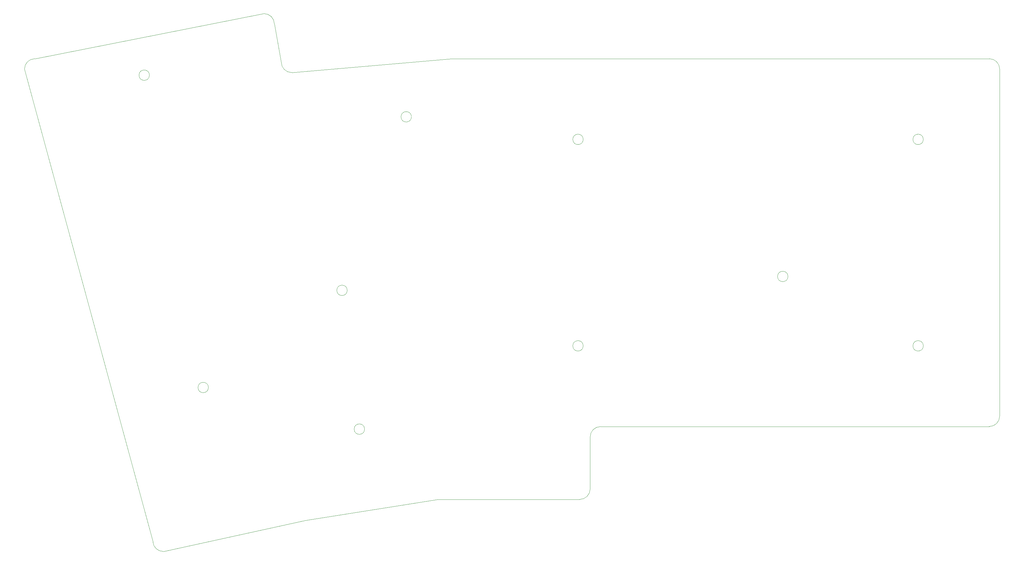
<source format=gbr>
%TF.GenerationSoftware,KiCad,Pcbnew,9.0.2*%
%TF.CreationDate,2025-07-31T22:53:19+02:00*%
%TF.ProjectId,multiboard_RIGHT,6d756c74-6962-46f6-9172-645f52494748,1.0*%
%TF.SameCoordinates,Original*%
%TF.FileFunction,Profile,NP*%
%FSLAX46Y46*%
G04 Gerber Fmt 4.6, Leading zero omitted, Abs format (unit mm)*
G04 Created by KiCad (PCBNEW 9.0.2) date 2025-07-31 22:53:19*
%MOMM*%
%LPD*%
G01*
G04 APERTURE LIST*
%TA.AperFunction,Profile*%
%ADD10C,0.050000*%
%TD*%
G04 APERTURE END LIST*
D10*
X246500000Y-106000000D02*
G75*
G02*
X243500000Y-106000000I-1500000J0D01*
G01*
X243500000Y-106000000D02*
G75*
G02*
X246500000Y-106000000I1500000J0D01*
G01*
X62500000Y-48000000D02*
G75*
G02*
X59500000Y-48000000I-1500000J0D01*
G01*
X59500000Y-48000000D02*
G75*
G02*
X62500000Y-48000000I1500000J0D01*
G01*
X138000000Y-60000000D02*
G75*
G02*
X135000000Y-60000000I-1500000J0D01*
G01*
X135000000Y-60000000D02*
G75*
G02*
X138000000Y-60000000I1500000J0D01*
G01*
X304500000Y-43250000D02*
X149500000Y-43250000D01*
X95500000Y-30250000D02*
X29500000Y-43250000D01*
X66500000Y-185250000D02*
G75*
G02*
X63518431Y-182582036I0J3000000D01*
G01*
X149500000Y-43250000D02*
X103500000Y-47250000D01*
X187500000Y-126000000D02*
G75*
G02*
X184500000Y-126000000I-1500000J0D01*
G01*
X184500000Y-126000000D02*
G75*
G02*
X187500000Y-126000000I1500000J0D01*
G01*
X189500000Y-152250000D02*
G75*
G02*
X192500000Y-149250000I3000000J0D01*
G01*
X285500000Y-126000000D02*
G75*
G02*
X282500000Y-126000000I-1500000J0D01*
G01*
X282500000Y-126000000D02*
G75*
G02*
X285500000Y-126000000I1500000J0D01*
G01*
X119500000Y-110000000D02*
G75*
G02*
X116500000Y-110000000I-1500000J0D01*
G01*
X116500000Y-110000000D02*
G75*
G02*
X119500000Y-110000000I1500000J0D01*
G01*
X307500000Y-146250000D02*
G75*
G02*
X304500000Y-149250000I-3000000J0D01*
G01*
X103500000Y-47250000D02*
G75*
G02*
X100500000Y-44250000I0J3000000D01*
G01*
X26500000Y-46250000D02*
G75*
G02*
X29500000Y-43250000I3000000J0D01*
G01*
X95500000Y-30250000D02*
G75*
G02*
X98500000Y-33250000I0J-3000000D01*
G01*
X189500000Y-167250000D02*
G75*
G02*
X186500000Y-170250000I-3000000J0D01*
G01*
X307500000Y-146250000D02*
X307500000Y-46250000D01*
X189500000Y-167250000D02*
X189500000Y-152250000D01*
X26500000Y-46250000D02*
X63518431Y-182582033D01*
X192500000Y-149250000D02*
X304500000Y-149250000D01*
X145500000Y-170250000D02*
X186500000Y-170250000D01*
X107500000Y-176250000D02*
X145500000Y-170250000D01*
X79500000Y-138000000D02*
G75*
G02*
X76500000Y-138000000I-1500000J0D01*
G01*
X76500000Y-138000000D02*
G75*
G02*
X79500000Y-138000000I1500000J0D01*
G01*
X100500000Y-44250000D02*
X98500000Y-33250000D01*
X285500000Y-66500000D02*
G75*
G02*
X282500000Y-66500000I-1500000J0D01*
G01*
X282500000Y-66500000D02*
G75*
G02*
X285500000Y-66500000I1500000J0D01*
G01*
X124500000Y-150000000D02*
G75*
G02*
X121500000Y-150000000I-1500000J0D01*
G01*
X121500000Y-150000000D02*
G75*
G02*
X124500000Y-150000000I1500000J0D01*
G01*
X187500000Y-66500000D02*
G75*
G02*
X184500000Y-66500000I-1500000J0D01*
G01*
X184500000Y-66500000D02*
G75*
G02*
X187500000Y-66500000I1500000J0D01*
G01*
X66500000Y-185250000D02*
X107500000Y-176250000D01*
X304500000Y-43250000D02*
G75*
G02*
X307500000Y-46250000I0J-3000000D01*
G01*
M02*

</source>
